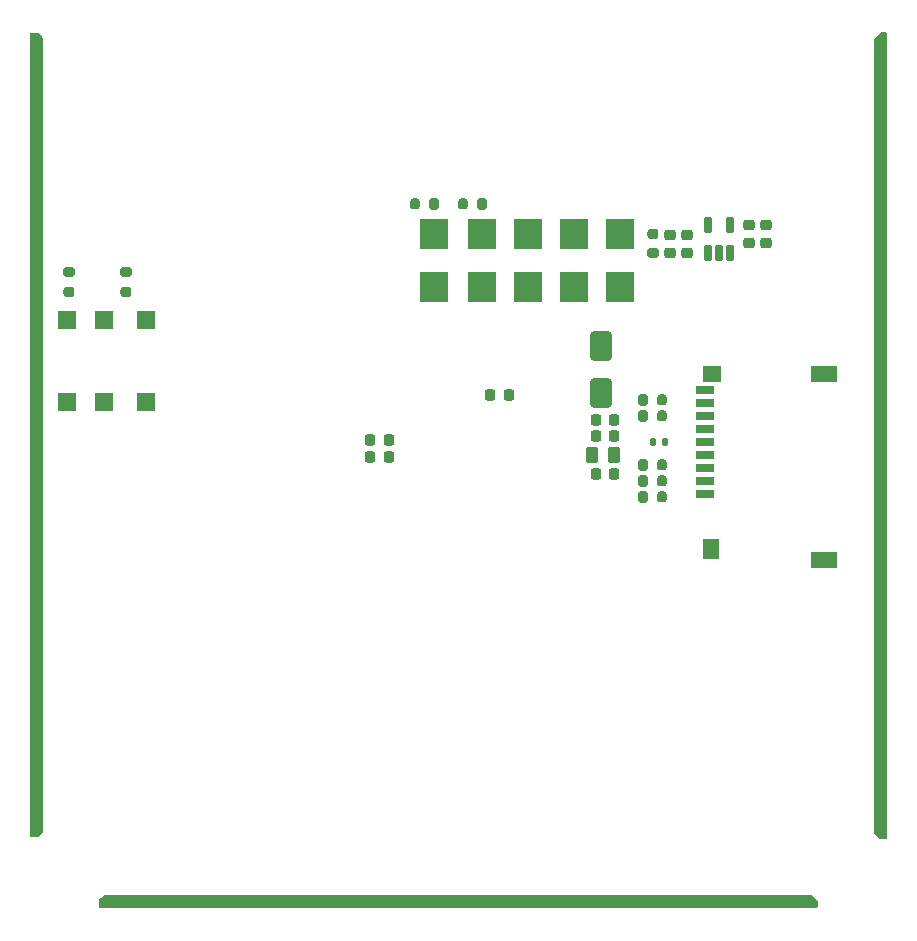
<source format=gbp>
G04 #@! TF.GenerationSoftware,KiCad,Pcbnew,8.0.3*
G04 #@! TF.CreationDate,2025-02-06T23:25:04+07:00*
G04 #@! TF.ProjectId,Digital_Multi_Pedal_v1,44696769-7461-46c5-9f4d-756c74695f50,rev?*
G04 #@! TF.SameCoordinates,Original*
G04 #@! TF.FileFunction,Paste,Bot*
G04 #@! TF.FilePolarity,Positive*
%FSLAX46Y46*%
G04 Gerber Fmt 4.6, Leading zero omitted, Abs format (unit mm)*
G04 Created by KiCad (PCBNEW 8.0.3) date 2025-02-06 23:25:04*
%MOMM*%
%LPD*%
G01*
G04 APERTURE LIST*
G04 Aperture macros list*
%AMRoundRect*
0 Rectangle with rounded corners*
0 $1 Rounding radius*
0 $2 $3 $4 $5 $6 $7 $8 $9 X,Y pos of 4 corners*
0 Add a 4 corners polygon primitive as box body*
4,1,4,$2,$3,$4,$5,$6,$7,$8,$9,$2,$3,0*
0 Add four circle primitives for the rounded corners*
1,1,$1+$1,$2,$3*
1,1,$1+$1,$4,$5*
1,1,$1+$1,$6,$7*
1,1,$1+$1,$8,$9*
0 Add four rect primitives between the rounded corners*
20,1,$1+$1,$2,$3,$4,$5,0*
20,1,$1+$1,$4,$5,$6,$7,0*
20,1,$1+$1,$6,$7,$8,$9,0*
20,1,$1+$1,$8,$9,$2,$3,0*%
G04 Aperture macros list end*
%ADD10RoundRect,0.196000X0.269500X-0.196000X0.269500X0.196000X-0.269500X0.196000X-0.269500X-0.196000X0*%
%ADD11RoundRect,0.200000X0.275000X-0.200000X0.275000X0.200000X-0.275000X0.200000X-0.275000X-0.200000X0*%
%ADD12RoundRect,0.225000X0.225000X0.250000X-0.225000X0.250000X-0.225000X-0.250000X0.225000X-0.250000X0*%
%ADD13RoundRect,0.250000X0.650000X-1.000000X0.650000X1.000000X-0.650000X1.000000X-0.650000X-1.000000X0*%
%ADD14RoundRect,0.225000X0.250000X-0.225000X0.250000X0.225000X-0.250000X0.225000X-0.250000X-0.225000X0*%
%ADD15RoundRect,0.196000X-0.196000X-0.269500X0.196000X-0.269500X0.196000X0.269500X-0.196000X0.269500X0*%
%ADD16RoundRect,0.200000X-0.200000X-0.275000X0.200000X-0.275000X0.200000X0.275000X-0.200000X0.275000X0*%
%ADD17RoundRect,0.196000X0.196000X0.269500X-0.196000X0.269500X-0.196000X-0.269500X0.196000X-0.269500X0*%
%ADD18RoundRect,0.200000X0.200000X0.275000X-0.200000X0.275000X-0.200000X-0.275000X0.200000X-0.275000X0*%
%ADD19R,2.400000X2.500000*%
%ADD20RoundRect,0.225000X-0.250000X0.225000X-0.250000X-0.225000X0.250000X-0.225000X0.250000X0.225000X0*%
%ADD21RoundRect,0.135000X-0.135000X-0.185000X0.135000X-0.185000X0.135000X0.185000X-0.135000X0.185000X0*%
%ADD22RoundRect,0.045000X0.255000X-0.630000X0.255000X0.630000X-0.255000X0.630000X-0.255000X-0.630000X0*%
%ADD23R,1.600000X1.600000*%
%ADD24RoundRect,0.196000X-0.269500X0.196000X-0.269500X-0.196000X0.269500X-0.196000X0.269500X0.196000X0*%
%ADD25RoundRect,0.200000X-0.275000X0.200000X-0.275000X-0.200000X0.275000X-0.200000X0.275000X0.200000X0*%
%ADD26RoundRect,0.225000X-0.225000X-0.250000X0.225000X-0.250000X0.225000X0.250000X-0.225000X0.250000X0*%
%ADD27RoundRect,0.250000X-0.262500X-0.450000X0.262500X-0.450000X0.262500X0.450000X-0.262500X0.450000X0*%
%ADD28R,1.600000X0.700000*%
%ADD29R,1.600000X1.400000*%
%ADD30R,2.200000X1.400000*%
%ADD31R,1.400000X1.800000*%
G04 APERTURE END LIST*
D10*
X115184000Y-97437000D03*
D11*
X115184000Y-95787000D03*
D12*
X137434200Y-110034000D03*
X135884200Y-110034000D03*
X156529200Y-109696500D03*
X154979200Y-109696500D03*
D13*
X155394200Y-106034000D03*
X155394200Y-102034000D03*
D12*
X156529200Y-108336500D03*
X154979200Y-108336500D03*
D14*
X169384200Y-93339000D03*
X169384200Y-91789000D03*
D15*
X143691200Y-90053800D03*
D16*
X145341200Y-90053800D03*
D17*
X160607200Y-107944200D03*
D18*
X158957200Y-107944200D03*
D19*
X141294200Y-92582300D03*
X141294200Y-97052700D03*
D20*
X162714200Y-92609000D03*
X162714200Y-94159000D03*
D17*
X160607200Y-112074200D03*
D18*
X158957200Y-112074200D03*
D15*
X139651200Y-90053800D03*
D16*
X141301200Y-90053800D03*
D17*
X160607200Y-114834200D03*
D18*
X158957200Y-114834200D03*
D21*
X159784200Y-110144000D03*
X160804200Y-110144000D03*
D22*
X166344200Y-94162000D03*
X165394200Y-94162000D03*
X164444200Y-94162000D03*
X164444200Y-91792000D03*
X166344200Y-91792000D03*
D23*
X110164200Y-99794000D03*
X110164200Y-106794000D03*
X116864200Y-99794000D03*
X116864200Y-106794000D03*
X113364200Y-99794000D03*
X113364200Y-106794000D03*
D19*
X145344200Y-92562300D03*
X145344200Y-97032700D03*
X149244200Y-92562300D03*
X149244200Y-97032700D03*
D24*
X159784400Y-92551000D03*
D25*
X159784400Y-94201000D03*
D19*
X153134200Y-92572300D03*
X153134200Y-97042700D03*
D14*
X167974200Y-93339000D03*
X167974200Y-91789000D03*
D26*
X154989200Y-112874000D03*
X156539200Y-112874000D03*
D17*
X160607200Y-106614200D03*
D18*
X158957200Y-106614200D03*
D10*
X110354000Y-97437000D03*
D11*
X110354000Y-95787000D03*
D12*
X137439200Y-111474000D03*
X135889200Y-111474000D03*
D27*
X154656164Y-111286100D03*
X156481164Y-111286100D03*
D20*
X161264200Y-92609000D03*
X161264200Y-94159000D03*
D17*
X160607200Y-113474200D03*
D18*
X158957200Y-113474200D03*
D19*
X157034200Y-92558800D03*
X157034200Y-97029200D03*
D26*
X146049200Y-106154000D03*
X147599200Y-106154000D03*
D28*
X164224200Y-114544000D03*
X164224200Y-113444000D03*
X164224200Y-112344000D03*
X164224200Y-111244000D03*
X164224200Y-110144000D03*
X164224200Y-109044000D03*
X164224200Y-107944000D03*
X164224200Y-106844000D03*
X164224200Y-105744000D03*
D29*
X164824200Y-104444000D03*
D30*
X174324200Y-104444000D03*
X174324200Y-120144000D03*
D31*
X164724200Y-119244000D03*
G36*
X173259985Y-148511085D02*
G01*
X173279766Y-148526866D01*
X173705809Y-148944660D01*
X173739892Y-149005653D01*
X173742935Y-149029522D01*
X173746700Y-149156610D01*
X173746749Y-149159152D01*
X173749755Y-149488870D01*
X173730682Y-149556086D01*
X173678298Y-149602320D01*
X173625760Y-149614000D01*
X113019400Y-149614000D01*
X112952361Y-149594315D01*
X112906606Y-149541511D01*
X112895400Y-149490000D01*
X112895400Y-148979092D01*
X112915085Y-148912053D01*
X112940783Y-148883199D01*
X113076235Y-148772149D01*
X113128697Y-148721468D01*
X113172439Y-148677416D01*
X113172572Y-148677282D01*
X113216195Y-148633482D01*
X113218093Y-148631618D01*
X113288859Y-148563549D01*
X113288863Y-148563545D01*
X113318571Y-148531334D01*
X113378491Y-148495398D01*
X113409724Y-148491400D01*
X173192946Y-148491400D01*
X173259985Y-148511085D01*
G37*
G36*
X179597239Y-75511485D02*
G01*
X179642994Y-75564289D01*
X179654200Y-75615800D01*
X179654200Y-143640800D01*
X179634515Y-143707839D01*
X179581711Y-143753594D01*
X179530200Y-143764800D01*
X179039893Y-143764800D01*
X178972854Y-143745115D01*
X178944001Y-143719417D01*
X178832956Y-143583971D01*
X178782268Y-143531502D01*
X178738082Y-143487628D01*
X178737947Y-143487493D01*
X178694281Y-143444002D01*
X178692418Y-143442107D01*
X178624337Y-143371328D01*
X178592132Y-143341626D01*
X178556197Y-143281706D01*
X178552200Y-143250475D01*
X178552200Y-76049726D01*
X178571885Y-75982687D01*
X178586795Y-75963803D01*
X179003824Y-75529877D01*
X179064471Y-75495181D01*
X179093229Y-75491800D01*
X179530200Y-75491800D01*
X179597239Y-75511485D01*
G37*
G36*
X107773546Y-75513685D02*
G01*
X107802399Y-75539383D01*
X107913443Y-75674828D01*
X107964130Y-75727297D01*
X108008183Y-75771037D01*
X108008279Y-75771212D01*
X108008319Y-75771173D01*
X108052118Y-75814796D01*
X108053981Y-75816692D01*
X108122060Y-75887469D01*
X108154266Y-75917171D01*
X108190202Y-75977091D01*
X108194200Y-76008324D01*
X108194200Y-143141800D01*
X108174515Y-143208839D01*
X108156868Y-143230483D01*
X107780105Y-143598683D01*
X107718401Y-143631461D01*
X107693437Y-143634000D01*
X107198200Y-143634000D01*
X107131161Y-143614315D01*
X107085406Y-143561511D01*
X107074200Y-143510000D01*
X107074200Y-75618000D01*
X107093885Y-75550961D01*
X107146689Y-75505206D01*
X107198200Y-75494000D01*
X107706507Y-75494000D01*
X107773546Y-75513685D01*
G37*
M02*

</source>
